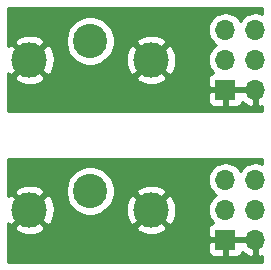
<source format=gtl>
G04 #@! TF.GenerationSoftware,KiCad,Pcbnew,(5.1.2-1)-1*
G04 #@! TF.CreationDate,2020-04-21T23:13:36-04:00*
G04 #@! TF.ProjectId,rca_breadboard_adapter,7263615f-6272-4656-9164-626f6172645f,rev?*
G04 #@! TF.SameCoordinates,Original*
G04 #@! TF.FileFunction,Copper,L1,Top*
G04 #@! TF.FilePolarity,Positive*
%FSLAX46Y46*%
G04 Gerber Fmt 4.6, Leading zero omitted, Abs format (unit mm)*
G04 Created by KiCad (PCBNEW (5.1.2-1)-1) date 2020-04-21 23:13:36*
%MOMM*%
%LPD*%
G04 APERTURE LIST*
%ADD10C,2.900000*%
%ADD11C,3.000000*%
%ADD12R,1.700000X1.700000*%
%ADD13O,1.700000X1.700000*%
%ADD14C,0.254000*%
G04 APERTURE END LIST*
D10*
X147320000Y-50470000D03*
D11*
X142170000Y-52070000D03*
X152470000Y-52070000D03*
D10*
X147320000Y-63170000D03*
D11*
X142170000Y-64770000D03*
X152470000Y-64770000D03*
D12*
X158750000Y-54610000D03*
D13*
X161290000Y-54610000D03*
X158750000Y-52070000D03*
X161290000Y-52070000D03*
X158750000Y-49530000D03*
X161290000Y-49530000D03*
X161290000Y-62230000D03*
X158750000Y-62230000D03*
X161290000Y-64770000D03*
X158750000Y-64770000D03*
X161290000Y-67310000D03*
D12*
X158750000Y-67310000D03*
D14*
G36*
X161900000Y-48172229D02*
G01*
X161861034Y-48151401D01*
X161581111Y-48066487D01*
X161362950Y-48045000D01*
X161217050Y-48045000D01*
X160998889Y-48066487D01*
X160718966Y-48151401D01*
X160460986Y-48289294D01*
X160234866Y-48474866D01*
X160049294Y-48700986D01*
X160020000Y-48755791D01*
X159990706Y-48700986D01*
X159805134Y-48474866D01*
X159579014Y-48289294D01*
X159321034Y-48151401D01*
X159041111Y-48066487D01*
X158822950Y-48045000D01*
X158677050Y-48045000D01*
X158458889Y-48066487D01*
X158178966Y-48151401D01*
X157920986Y-48289294D01*
X157694866Y-48474866D01*
X157509294Y-48700986D01*
X157371401Y-48958966D01*
X157286487Y-49238889D01*
X157257815Y-49530000D01*
X157286487Y-49821111D01*
X157371401Y-50101034D01*
X157509294Y-50359014D01*
X157694866Y-50585134D01*
X157920986Y-50770706D01*
X157975791Y-50800000D01*
X157920986Y-50829294D01*
X157694866Y-51014866D01*
X157509294Y-51240986D01*
X157371401Y-51498966D01*
X157286487Y-51778889D01*
X157257815Y-52070000D01*
X157286487Y-52361111D01*
X157371401Y-52641034D01*
X157509294Y-52899014D01*
X157694866Y-53125134D01*
X157724687Y-53149607D01*
X157655820Y-53170498D01*
X157545506Y-53229463D01*
X157448815Y-53308815D01*
X157369463Y-53405506D01*
X157310498Y-53515820D01*
X157274188Y-53635518D01*
X157261928Y-53760000D01*
X157265000Y-54324250D01*
X157423750Y-54483000D01*
X158623000Y-54483000D01*
X158623000Y-54463000D01*
X158877000Y-54463000D01*
X158877000Y-54483000D01*
X161163000Y-54483000D01*
X161163000Y-54463000D01*
X161417000Y-54463000D01*
X161417000Y-54483000D01*
X161437000Y-54483000D01*
X161437000Y-54737000D01*
X161417000Y-54737000D01*
X161417000Y-55930814D01*
X161646891Y-56051481D01*
X161900000Y-55961696D01*
X161900000Y-56388000D01*
X140360000Y-56388000D01*
X140360000Y-55460000D01*
X157261928Y-55460000D01*
X157274188Y-55584482D01*
X157310498Y-55704180D01*
X157369463Y-55814494D01*
X157448815Y-55911185D01*
X157545506Y-55990537D01*
X157655820Y-56049502D01*
X157775518Y-56085812D01*
X157900000Y-56098072D01*
X158464250Y-56095000D01*
X158623000Y-55936250D01*
X158623000Y-54737000D01*
X158877000Y-54737000D01*
X158877000Y-55936250D01*
X159035750Y-56095000D01*
X159600000Y-56098072D01*
X159724482Y-56085812D01*
X159844180Y-56049502D01*
X159954494Y-55990537D01*
X160051185Y-55911185D01*
X160130537Y-55814494D01*
X160189502Y-55704180D01*
X160212498Y-55628374D01*
X160408645Y-55805178D01*
X160658748Y-55954157D01*
X160933109Y-56051481D01*
X161163000Y-55930814D01*
X161163000Y-54737000D01*
X158877000Y-54737000D01*
X158623000Y-54737000D01*
X157423750Y-54737000D01*
X157265000Y-54895750D01*
X157261928Y-55460000D01*
X140360000Y-55460000D01*
X140360000Y-53561653D01*
X140857952Y-53561653D01*
X141013962Y-53877214D01*
X141388745Y-54068020D01*
X141793551Y-54182044D01*
X142212824Y-54214902D01*
X142630451Y-54165334D01*
X143030383Y-54035243D01*
X143326038Y-53877214D01*
X143482048Y-53561653D01*
X151157952Y-53561653D01*
X151313962Y-53877214D01*
X151688745Y-54068020D01*
X152093551Y-54182044D01*
X152512824Y-54214902D01*
X152930451Y-54165334D01*
X153330383Y-54035243D01*
X153626038Y-53877214D01*
X153782048Y-53561653D01*
X152470000Y-52249605D01*
X151157952Y-53561653D01*
X143482048Y-53561653D01*
X142170000Y-52249605D01*
X140857952Y-53561653D01*
X140360000Y-53561653D01*
X140360000Y-53220826D01*
X140362786Y-53226038D01*
X140678347Y-53382048D01*
X141990395Y-52070000D01*
X142349605Y-52070000D01*
X143661653Y-53382048D01*
X143977214Y-53226038D01*
X144168020Y-52851255D01*
X144282044Y-52446449D01*
X144314902Y-52027176D01*
X144265334Y-51609549D01*
X144135243Y-51209617D01*
X143977214Y-50913962D01*
X143661653Y-50757952D01*
X142349605Y-52070000D01*
X141990395Y-52070000D01*
X140678347Y-50757952D01*
X140362786Y-50913962D01*
X140360000Y-50919434D01*
X140360000Y-50578347D01*
X140857952Y-50578347D01*
X142170000Y-51890395D01*
X143482048Y-50578347D01*
X143326958Y-50264645D01*
X145235000Y-50264645D01*
X145235000Y-50675355D01*
X145315126Y-51078172D01*
X145472297Y-51457618D01*
X145700475Y-51799110D01*
X145990890Y-52089525D01*
X146332382Y-52317703D01*
X146711828Y-52474874D01*
X147114645Y-52555000D01*
X147525355Y-52555000D01*
X147928172Y-52474874D01*
X148307618Y-52317703D01*
X148614240Y-52112824D01*
X150325098Y-52112824D01*
X150374666Y-52530451D01*
X150504757Y-52930383D01*
X150662786Y-53226038D01*
X150978347Y-53382048D01*
X152290395Y-52070000D01*
X152649605Y-52070000D01*
X153961653Y-53382048D01*
X154277214Y-53226038D01*
X154468020Y-52851255D01*
X154582044Y-52446449D01*
X154614902Y-52027176D01*
X154565334Y-51609549D01*
X154435243Y-51209617D01*
X154277214Y-50913962D01*
X153961653Y-50757952D01*
X152649605Y-52070000D01*
X152290395Y-52070000D01*
X150978347Y-50757952D01*
X150662786Y-50913962D01*
X150471980Y-51288745D01*
X150357956Y-51693551D01*
X150325098Y-52112824D01*
X148614240Y-52112824D01*
X148649110Y-52089525D01*
X148939525Y-51799110D01*
X149167703Y-51457618D01*
X149324874Y-51078172D01*
X149405000Y-50675355D01*
X149405000Y-50578347D01*
X151157952Y-50578347D01*
X152470000Y-51890395D01*
X153782048Y-50578347D01*
X153626038Y-50262786D01*
X153251255Y-50071980D01*
X152846449Y-49957956D01*
X152427176Y-49925098D01*
X152009549Y-49974666D01*
X151609617Y-50104757D01*
X151313962Y-50262786D01*
X151157952Y-50578347D01*
X149405000Y-50578347D01*
X149405000Y-50264645D01*
X149324874Y-49861828D01*
X149167703Y-49482382D01*
X148939525Y-49140890D01*
X148649110Y-48850475D01*
X148307618Y-48622297D01*
X147928172Y-48465126D01*
X147525355Y-48385000D01*
X147114645Y-48385000D01*
X146711828Y-48465126D01*
X146332382Y-48622297D01*
X145990890Y-48850475D01*
X145700475Y-49140890D01*
X145472297Y-49482382D01*
X145315126Y-49861828D01*
X145235000Y-50264645D01*
X143326958Y-50264645D01*
X143326038Y-50262786D01*
X142951255Y-50071980D01*
X142546449Y-49957956D01*
X142127176Y-49925098D01*
X141709549Y-49974666D01*
X141309617Y-50104757D01*
X141013962Y-50262786D01*
X140857952Y-50578347D01*
X140360000Y-50578347D01*
X140360000Y-47650000D01*
X161900000Y-47650000D01*
X161900000Y-48172229D01*
X161900000Y-48172229D01*
G37*
X161900000Y-48172229D02*
X161861034Y-48151401D01*
X161581111Y-48066487D01*
X161362950Y-48045000D01*
X161217050Y-48045000D01*
X160998889Y-48066487D01*
X160718966Y-48151401D01*
X160460986Y-48289294D01*
X160234866Y-48474866D01*
X160049294Y-48700986D01*
X160020000Y-48755791D01*
X159990706Y-48700986D01*
X159805134Y-48474866D01*
X159579014Y-48289294D01*
X159321034Y-48151401D01*
X159041111Y-48066487D01*
X158822950Y-48045000D01*
X158677050Y-48045000D01*
X158458889Y-48066487D01*
X158178966Y-48151401D01*
X157920986Y-48289294D01*
X157694866Y-48474866D01*
X157509294Y-48700986D01*
X157371401Y-48958966D01*
X157286487Y-49238889D01*
X157257815Y-49530000D01*
X157286487Y-49821111D01*
X157371401Y-50101034D01*
X157509294Y-50359014D01*
X157694866Y-50585134D01*
X157920986Y-50770706D01*
X157975791Y-50800000D01*
X157920986Y-50829294D01*
X157694866Y-51014866D01*
X157509294Y-51240986D01*
X157371401Y-51498966D01*
X157286487Y-51778889D01*
X157257815Y-52070000D01*
X157286487Y-52361111D01*
X157371401Y-52641034D01*
X157509294Y-52899014D01*
X157694866Y-53125134D01*
X157724687Y-53149607D01*
X157655820Y-53170498D01*
X157545506Y-53229463D01*
X157448815Y-53308815D01*
X157369463Y-53405506D01*
X157310498Y-53515820D01*
X157274188Y-53635518D01*
X157261928Y-53760000D01*
X157265000Y-54324250D01*
X157423750Y-54483000D01*
X158623000Y-54483000D01*
X158623000Y-54463000D01*
X158877000Y-54463000D01*
X158877000Y-54483000D01*
X161163000Y-54483000D01*
X161163000Y-54463000D01*
X161417000Y-54463000D01*
X161417000Y-54483000D01*
X161437000Y-54483000D01*
X161437000Y-54737000D01*
X161417000Y-54737000D01*
X161417000Y-55930814D01*
X161646891Y-56051481D01*
X161900000Y-55961696D01*
X161900000Y-56388000D01*
X140360000Y-56388000D01*
X140360000Y-55460000D01*
X157261928Y-55460000D01*
X157274188Y-55584482D01*
X157310498Y-55704180D01*
X157369463Y-55814494D01*
X157448815Y-55911185D01*
X157545506Y-55990537D01*
X157655820Y-56049502D01*
X157775518Y-56085812D01*
X157900000Y-56098072D01*
X158464250Y-56095000D01*
X158623000Y-55936250D01*
X158623000Y-54737000D01*
X158877000Y-54737000D01*
X158877000Y-55936250D01*
X159035750Y-56095000D01*
X159600000Y-56098072D01*
X159724482Y-56085812D01*
X159844180Y-56049502D01*
X159954494Y-55990537D01*
X160051185Y-55911185D01*
X160130537Y-55814494D01*
X160189502Y-55704180D01*
X160212498Y-55628374D01*
X160408645Y-55805178D01*
X160658748Y-55954157D01*
X160933109Y-56051481D01*
X161163000Y-55930814D01*
X161163000Y-54737000D01*
X158877000Y-54737000D01*
X158623000Y-54737000D01*
X157423750Y-54737000D01*
X157265000Y-54895750D01*
X157261928Y-55460000D01*
X140360000Y-55460000D01*
X140360000Y-53561653D01*
X140857952Y-53561653D01*
X141013962Y-53877214D01*
X141388745Y-54068020D01*
X141793551Y-54182044D01*
X142212824Y-54214902D01*
X142630451Y-54165334D01*
X143030383Y-54035243D01*
X143326038Y-53877214D01*
X143482048Y-53561653D01*
X151157952Y-53561653D01*
X151313962Y-53877214D01*
X151688745Y-54068020D01*
X152093551Y-54182044D01*
X152512824Y-54214902D01*
X152930451Y-54165334D01*
X153330383Y-54035243D01*
X153626038Y-53877214D01*
X153782048Y-53561653D01*
X152470000Y-52249605D01*
X151157952Y-53561653D01*
X143482048Y-53561653D01*
X142170000Y-52249605D01*
X140857952Y-53561653D01*
X140360000Y-53561653D01*
X140360000Y-53220826D01*
X140362786Y-53226038D01*
X140678347Y-53382048D01*
X141990395Y-52070000D01*
X142349605Y-52070000D01*
X143661653Y-53382048D01*
X143977214Y-53226038D01*
X144168020Y-52851255D01*
X144282044Y-52446449D01*
X144314902Y-52027176D01*
X144265334Y-51609549D01*
X144135243Y-51209617D01*
X143977214Y-50913962D01*
X143661653Y-50757952D01*
X142349605Y-52070000D01*
X141990395Y-52070000D01*
X140678347Y-50757952D01*
X140362786Y-50913962D01*
X140360000Y-50919434D01*
X140360000Y-50578347D01*
X140857952Y-50578347D01*
X142170000Y-51890395D01*
X143482048Y-50578347D01*
X143326958Y-50264645D01*
X145235000Y-50264645D01*
X145235000Y-50675355D01*
X145315126Y-51078172D01*
X145472297Y-51457618D01*
X145700475Y-51799110D01*
X145990890Y-52089525D01*
X146332382Y-52317703D01*
X146711828Y-52474874D01*
X147114645Y-52555000D01*
X147525355Y-52555000D01*
X147928172Y-52474874D01*
X148307618Y-52317703D01*
X148614240Y-52112824D01*
X150325098Y-52112824D01*
X150374666Y-52530451D01*
X150504757Y-52930383D01*
X150662786Y-53226038D01*
X150978347Y-53382048D01*
X152290395Y-52070000D01*
X152649605Y-52070000D01*
X153961653Y-53382048D01*
X154277214Y-53226038D01*
X154468020Y-52851255D01*
X154582044Y-52446449D01*
X154614902Y-52027176D01*
X154565334Y-51609549D01*
X154435243Y-51209617D01*
X154277214Y-50913962D01*
X153961653Y-50757952D01*
X152649605Y-52070000D01*
X152290395Y-52070000D01*
X150978347Y-50757952D01*
X150662786Y-50913962D01*
X150471980Y-51288745D01*
X150357956Y-51693551D01*
X150325098Y-52112824D01*
X148614240Y-52112824D01*
X148649110Y-52089525D01*
X148939525Y-51799110D01*
X149167703Y-51457618D01*
X149324874Y-51078172D01*
X149405000Y-50675355D01*
X149405000Y-50578347D01*
X151157952Y-50578347D01*
X152470000Y-51890395D01*
X153782048Y-50578347D01*
X153626038Y-50262786D01*
X153251255Y-50071980D01*
X152846449Y-49957956D01*
X152427176Y-49925098D01*
X152009549Y-49974666D01*
X151609617Y-50104757D01*
X151313962Y-50262786D01*
X151157952Y-50578347D01*
X149405000Y-50578347D01*
X149405000Y-50264645D01*
X149324874Y-49861828D01*
X149167703Y-49482382D01*
X148939525Y-49140890D01*
X148649110Y-48850475D01*
X148307618Y-48622297D01*
X147928172Y-48465126D01*
X147525355Y-48385000D01*
X147114645Y-48385000D01*
X146711828Y-48465126D01*
X146332382Y-48622297D01*
X145990890Y-48850475D01*
X145700475Y-49140890D01*
X145472297Y-49482382D01*
X145315126Y-49861828D01*
X145235000Y-50264645D01*
X143326958Y-50264645D01*
X143326038Y-50262786D01*
X142951255Y-50071980D01*
X142546449Y-49957956D01*
X142127176Y-49925098D01*
X141709549Y-49974666D01*
X141309617Y-50104757D01*
X141013962Y-50262786D01*
X140857952Y-50578347D01*
X140360000Y-50578347D01*
X140360000Y-47650000D01*
X161900000Y-47650000D01*
X161900000Y-48172229D01*
G36*
X161900001Y-60872229D02*
G01*
X161861034Y-60851401D01*
X161581111Y-60766487D01*
X161362950Y-60745000D01*
X161217050Y-60745000D01*
X160998889Y-60766487D01*
X160718966Y-60851401D01*
X160460986Y-60989294D01*
X160234866Y-61174866D01*
X160049294Y-61400986D01*
X160020000Y-61455791D01*
X159990706Y-61400986D01*
X159805134Y-61174866D01*
X159579014Y-60989294D01*
X159321034Y-60851401D01*
X159041111Y-60766487D01*
X158822950Y-60745000D01*
X158677050Y-60745000D01*
X158458889Y-60766487D01*
X158178966Y-60851401D01*
X157920986Y-60989294D01*
X157694866Y-61174866D01*
X157509294Y-61400986D01*
X157371401Y-61658966D01*
X157286487Y-61938889D01*
X157257815Y-62230000D01*
X157286487Y-62521111D01*
X157371401Y-62801034D01*
X157509294Y-63059014D01*
X157694866Y-63285134D01*
X157920986Y-63470706D01*
X157975791Y-63500000D01*
X157920986Y-63529294D01*
X157694866Y-63714866D01*
X157509294Y-63940986D01*
X157371401Y-64198966D01*
X157286487Y-64478889D01*
X157257815Y-64770000D01*
X157286487Y-65061111D01*
X157371401Y-65341034D01*
X157509294Y-65599014D01*
X157694866Y-65825134D01*
X157724687Y-65849607D01*
X157655820Y-65870498D01*
X157545506Y-65929463D01*
X157448815Y-66008815D01*
X157369463Y-66105506D01*
X157310498Y-66215820D01*
X157274188Y-66335518D01*
X157261928Y-66460000D01*
X157265000Y-67024250D01*
X157423750Y-67183000D01*
X158623000Y-67183000D01*
X158623000Y-67163000D01*
X158877000Y-67163000D01*
X158877000Y-67183000D01*
X161163000Y-67183000D01*
X161163000Y-67163000D01*
X161417000Y-67163000D01*
X161417000Y-67183000D01*
X161437000Y-67183000D01*
X161437000Y-67437000D01*
X161417000Y-67437000D01*
X161417000Y-68630814D01*
X161646891Y-68751481D01*
X161900001Y-68661695D01*
X161900001Y-69190000D01*
X140360000Y-69190000D01*
X140360000Y-68160000D01*
X157261928Y-68160000D01*
X157274188Y-68284482D01*
X157310498Y-68404180D01*
X157369463Y-68514494D01*
X157448815Y-68611185D01*
X157545506Y-68690537D01*
X157655820Y-68749502D01*
X157775518Y-68785812D01*
X157900000Y-68798072D01*
X158464250Y-68795000D01*
X158623000Y-68636250D01*
X158623000Y-67437000D01*
X158877000Y-67437000D01*
X158877000Y-68636250D01*
X159035750Y-68795000D01*
X159600000Y-68798072D01*
X159724482Y-68785812D01*
X159844180Y-68749502D01*
X159954494Y-68690537D01*
X160051185Y-68611185D01*
X160130537Y-68514494D01*
X160189502Y-68404180D01*
X160212498Y-68328374D01*
X160408645Y-68505178D01*
X160658748Y-68654157D01*
X160933109Y-68751481D01*
X161163000Y-68630814D01*
X161163000Y-67437000D01*
X158877000Y-67437000D01*
X158623000Y-67437000D01*
X157423750Y-67437000D01*
X157265000Y-67595750D01*
X157261928Y-68160000D01*
X140360000Y-68160000D01*
X140360000Y-66261653D01*
X140857952Y-66261653D01*
X141013962Y-66577214D01*
X141388745Y-66768020D01*
X141793551Y-66882044D01*
X142212824Y-66914902D01*
X142630451Y-66865334D01*
X143030383Y-66735243D01*
X143326038Y-66577214D01*
X143482048Y-66261653D01*
X151157952Y-66261653D01*
X151313962Y-66577214D01*
X151688745Y-66768020D01*
X152093551Y-66882044D01*
X152512824Y-66914902D01*
X152930451Y-66865334D01*
X153330383Y-66735243D01*
X153626038Y-66577214D01*
X153782048Y-66261653D01*
X152470000Y-64949605D01*
X151157952Y-66261653D01*
X143482048Y-66261653D01*
X142170000Y-64949605D01*
X140857952Y-66261653D01*
X140360000Y-66261653D01*
X140360000Y-65920826D01*
X140362786Y-65926038D01*
X140678347Y-66082048D01*
X141990395Y-64770000D01*
X142349605Y-64770000D01*
X143661653Y-66082048D01*
X143977214Y-65926038D01*
X144168020Y-65551255D01*
X144282044Y-65146449D01*
X144314902Y-64727176D01*
X144265334Y-64309549D01*
X144135243Y-63909617D01*
X143977214Y-63613962D01*
X143661653Y-63457952D01*
X142349605Y-64770000D01*
X141990395Y-64770000D01*
X140678347Y-63457952D01*
X140362786Y-63613962D01*
X140360000Y-63619434D01*
X140360000Y-63278347D01*
X140857952Y-63278347D01*
X142170000Y-64590395D01*
X143482048Y-63278347D01*
X143326958Y-62964645D01*
X145235000Y-62964645D01*
X145235000Y-63375355D01*
X145315126Y-63778172D01*
X145472297Y-64157618D01*
X145700475Y-64499110D01*
X145990890Y-64789525D01*
X146332382Y-65017703D01*
X146711828Y-65174874D01*
X147114645Y-65255000D01*
X147525355Y-65255000D01*
X147928172Y-65174874D01*
X148307618Y-65017703D01*
X148614240Y-64812824D01*
X150325098Y-64812824D01*
X150374666Y-65230451D01*
X150504757Y-65630383D01*
X150662786Y-65926038D01*
X150978347Y-66082048D01*
X152290395Y-64770000D01*
X152649605Y-64770000D01*
X153961653Y-66082048D01*
X154277214Y-65926038D01*
X154468020Y-65551255D01*
X154582044Y-65146449D01*
X154614902Y-64727176D01*
X154565334Y-64309549D01*
X154435243Y-63909617D01*
X154277214Y-63613962D01*
X153961653Y-63457952D01*
X152649605Y-64770000D01*
X152290395Y-64770000D01*
X150978347Y-63457952D01*
X150662786Y-63613962D01*
X150471980Y-63988745D01*
X150357956Y-64393551D01*
X150325098Y-64812824D01*
X148614240Y-64812824D01*
X148649110Y-64789525D01*
X148939525Y-64499110D01*
X149167703Y-64157618D01*
X149324874Y-63778172D01*
X149405000Y-63375355D01*
X149405000Y-63278347D01*
X151157952Y-63278347D01*
X152470000Y-64590395D01*
X153782048Y-63278347D01*
X153626038Y-62962786D01*
X153251255Y-62771980D01*
X152846449Y-62657956D01*
X152427176Y-62625098D01*
X152009549Y-62674666D01*
X151609617Y-62804757D01*
X151313962Y-62962786D01*
X151157952Y-63278347D01*
X149405000Y-63278347D01*
X149405000Y-62964645D01*
X149324874Y-62561828D01*
X149167703Y-62182382D01*
X148939525Y-61840890D01*
X148649110Y-61550475D01*
X148307618Y-61322297D01*
X147928172Y-61165126D01*
X147525355Y-61085000D01*
X147114645Y-61085000D01*
X146711828Y-61165126D01*
X146332382Y-61322297D01*
X145990890Y-61550475D01*
X145700475Y-61840890D01*
X145472297Y-62182382D01*
X145315126Y-62561828D01*
X145235000Y-62964645D01*
X143326958Y-62964645D01*
X143326038Y-62962786D01*
X142951255Y-62771980D01*
X142546449Y-62657956D01*
X142127176Y-62625098D01*
X141709549Y-62674666D01*
X141309617Y-62804757D01*
X141013962Y-62962786D01*
X140857952Y-63278347D01*
X140360000Y-63278347D01*
X140360000Y-60452000D01*
X161900001Y-60452000D01*
X161900001Y-60872229D01*
X161900001Y-60872229D01*
G37*
X161900001Y-60872229D02*
X161861034Y-60851401D01*
X161581111Y-60766487D01*
X161362950Y-60745000D01*
X161217050Y-60745000D01*
X160998889Y-60766487D01*
X160718966Y-60851401D01*
X160460986Y-60989294D01*
X160234866Y-61174866D01*
X160049294Y-61400986D01*
X160020000Y-61455791D01*
X159990706Y-61400986D01*
X159805134Y-61174866D01*
X159579014Y-60989294D01*
X159321034Y-60851401D01*
X159041111Y-60766487D01*
X158822950Y-60745000D01*
X158677050Y-60745000D01*
X158458889Y-60766487D01*
X158178966Y-60851401D01*
X157920986Y-60989294D01*
X157694866Y-61174866D01*
X157509294Y-61400986D01*
X157371401Y-61658966D01*
X157286487Y-61938889D01*
X157257815Y-62230000D01*
X157286487Y-62521111D01*
X157371401Y-62801034D01*
X157509294Y-63059014D01*
X157694866Y-63285134D01*
X157920986Y-63470706D01*
X157975791Y-63500000D01*
X157920986Y-63529294D01*
X157694866Y-63714866D01*
X157509294Y-63940986D01*
X157371401Y-64198966D01*
X157286487Y-64478889D01*
X157257815Y-64770000D01*
X157286487Y-65061111D01*
X157371401Y-65341034D01*
X157509294Y-65599014D01*
X157694866Y-65825134D01*
X157724687Y-65849607D01*
X157655820Y-65870498D01*
X157545506Y-65929463D01*
X157448815Y-66008815D01*
X157369463Y-66105506D01*
X157310498Y-66215820D01*
X157274188Y-66335518D01*
X157261928Y-66460000D01*
X157265000Y-67024250D01*
X157423750Y-67183000D01*
X158623000Y-67183000D01*
X158623000Y-67163000D01*
X158877000Y-67163000D01*
X158877000Y-67183000D01*
X161163000Y-67183000D01*
X161163000Y-67163000D01*
X161417000Y-67163000D01*
X161417000Y-67183000D01*
X161437000Y-67183000D01*
X161437000Y-67437000D01*
X161417000Y-67437000D01*
X161417000Y-68630814D01*
X161646891Y-68751481D01*
X161900001Y-68661695D01*
X161900001Y-69190000D01*
X140360000Y-69190000D01*
X140360000Y-68160000D01*
X157261928Y-68160000D01*
X157274188Y-68284482D01*
X157310498Y-68404180D01*
X157369463Y-68514494D01*
X157448815Y-68611185D01*
X157545506Y-68690537D01*
X157655820Y-68749502D01*
X157775518Y-68785812D01*
X157900000Y-68798072D01*
X158464250Y-68795000D01*
X158623000Y-68636250D01*
X158623000Y-67437000D01*
X158877000Y-67437000D01*
X158877000Y-68636250D01*
X159035750Y-68795000D01*
X159600000Y-68798072D01*
X159724482Y-68785812D01*
X159844180Y-68749502D01*
X159954494Y-68690537D01*
X160051185Y-68611185D01*
X160130537Y-68514494D01*
X160189502Y-68404180D01*
X160212498Y-68328374D01*
X160408645Y-68505178D01*
X160658748Y-68654157D01*
X160933109Y-68751481D01*
X161163000Y-68630814D01*
X161163000Y-67437000D01*
X158877000Y-67437000D01*
X158623000Y-67437000D01*
X157423750Y-67437000D01*
X157265000Y-67595750D01*
X157261928Y-68160000D01*
X140360000Y-68160000D01*
X140360000Y-66261653D01*
X140857952Y-66261653D01*
X141013962Y-66577214D01*
X141388745Y-66768020D01*
X141793551Y-66882044D01*
X142212824Y-66914902D01*
X142630451Y-66865334D01*
X143030383Y-66735243D01*
X143326038Y-66577214D01*
X143482048Y-66261653D01*
X151157952Y-66261653D01*
X151313962Y-66577214D01*
X151688745Y-66768020D01*
X152093551Y-66882044D01*
X152512824Y-66914902D01*
X152930451Y-66865334D01*
X153330383Y-66735243D01*
X153626038Y-66577214D01*
X153782048Y-66261653D01*
X152470000Y-64949605D01*
X151157952Y-66261653D01*
X143482048Y-66261653D01*
X142170000Y-64949605D01*
X140857952Y-66261653D01*
X140360000Y-66261653D01*
X140360000Y-65920826D01*
X140362786Y-65926038D01*
X140678347Y-66082048D01*
X141990395Y-64770000D01*
X142349605Y-64770000D01*
X143661653Y-66082048D01*
X143977214Y-65926038D01*
X144168020Y-65551255D01*
X144282044Y-65146449D01*
X144314902Y-64727176D01*
X144265334Y-64309549D01*
X144135243Y-63909617D01*
X143977214Y-63613962D01*
X143661653Y-63457952D01*
X142349605Y-64770000D01*
X141990395Y-64770000D01*
X140678347Y-63457952D01*
X140362786Y-63613962D01*
X140360000Y-63619434D01*
X140360000Y-63278347D01*
X140857952Y-63278347D01*
X142170000Y-64590395D01*
X143482048Y-63278347D01*
X143326958Y-62964645D01*
X145235000Y-62964645D01*
X145235000Y-63375355D01*
X145315126Y-63778172D01*
X145472297Y-64157618D01*
X145700475Y-64499110D01*
X145990890Y-64789525D01*
X146332382Y-65017703D01*
X146711828Y-65174874D01*
X147114645Y-65255000D01*
X147525355Y-65255000D01*
X147928172Y-65174874D01*
X148307618Y-65017703D01*
X148614240Y-64812824D01*
X150325098Y-64812824D01*
X150374666Y-65230451D01*
X150504757Y-65630383D01*
X150662786Y-65926038D01*
X150978347Y-66082048D01*
X152290395Y-64770000D01*
X152649605Y-64770000D01*
X153961653Y-66082048D01*
X154277214Y-65926038D01*
X154468020Y-65551255D01*
X154582044Y-65146449D01*
X154614902Y-64727176D01*
X154565334Y-64309549D01*
X154435243Y-63909617D01*
X154277214Y-63613962D01*
X153961653Y-63457952D01*
X152649605Y-64770000D01*
X152290395Y-64770000D01*
X150978347Y-63457952D01*
X150662786Y-63613962D01*
X150471980Y-63988745D01*
X150357956Y-64393551D01*
X150325098Y-64812824D01*
X148614240Y-64812824D01*
X148649110Y-64789525D01*
X148939525Y-64499110D01*
X149167703Y-64157618D01*
X149324874Y-63778172D01*
X149405000Y-63375355D01*
X149405000Y-63278347D01*
X151157952Y-63278347D01*
X152470000Y-64590395D01*
X153782048Y-63278347D01*
X153626038Y-62962786D01*
X153251255Y-62771980D01*
X152846449Y-62657956D01*
X152427176Y-62625098D01*
X152009549Y-62674666D01*
X151609617Y-62804757D01*
X151313962Y-62962786D01*
X151157952Y-63278347D01*
X149405000Y-63278347D01*
X149405000Y-62964645D01*
X149324874Y-62561828D01*
X149167703Y-62182382D01*
X148939525Y-61840890D01*
X148649110Y-61550475D01*
X148307618Y-61322297D01*
X147928172Y-61165126D01*
X147525355Y-61085000D01*
X147114645Y-61085000D01*
X146711828Y-61165126D01*
X146332382Y-61322297D01*
X145990890Y-61550475D01*
X145700475Y-61840890D01*
X145472297Y-62182382D01*
X145315126Y-62561828D01*
X145235000Y-62964645D01*
X143326958Y-62964645D01*
X143326038Y-62962786D01*
X142951255Y-62771980D01*
X142546449Y-62657956D01*
X142127176Y-62625098D01*
X141709549Y-62674666D01*
X141309617Y-62804757D01*
X141013962Y-62962786D01*
X140857952Y-63278347D01*
X140360000Y-63278347D01*
X140360000Y-60452000D01*
X161900001Y-60452000D01*
X161900001Y-60872229D01*
M02*

</source>
